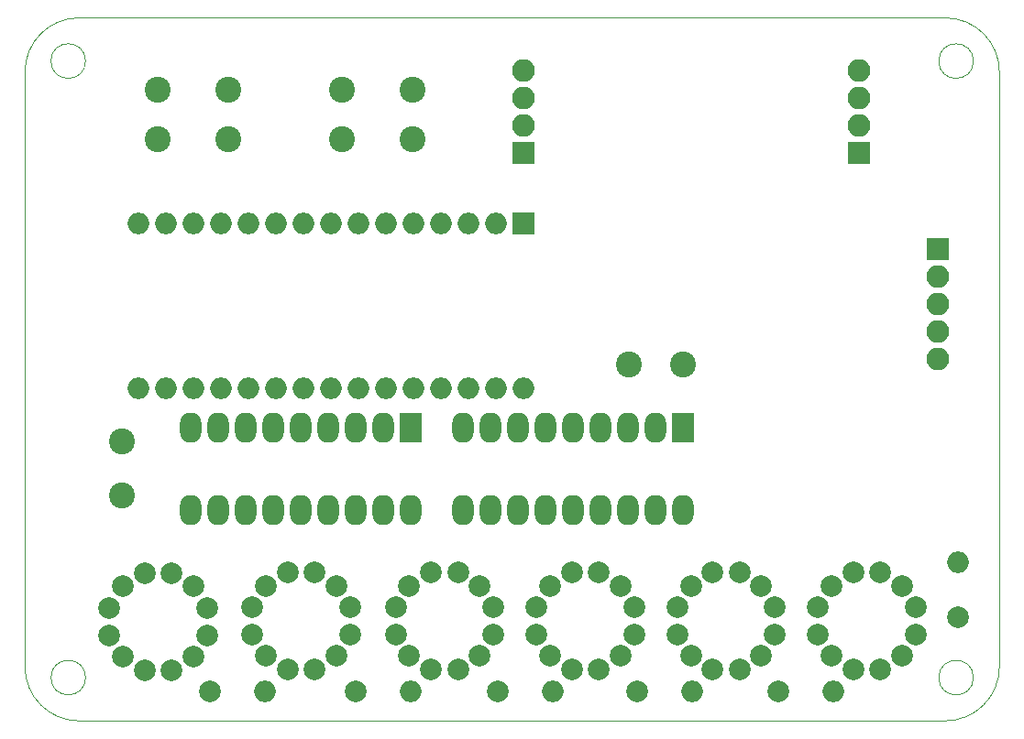
<source format=gbs>
G04 #@! TF.FileFunction,Soldermask,Bot*
%FSLAX46Y46*%
G04 Gerber Fmt 4.6, Leading zero omitted, Abs format (unit mm)*
G04 Created by KiCad (PCBNEW 4.0.6) date 07/11/18 12:50:33*
%MOMM*%
%LPD*%
G01*
G04 APERTURE LIST*
%ADD10C,0.100000*%
%ADD11R,2.000000X2.000000*%
%ADD12O,2.000000X2.000000*%
%ADD13C,2.400000*%
%ADD14R,2.100000X2.100000*%
%ADD15O,2.100000X2.100000*%
%ADD16R,2.000000X2.800000*%
%ADD17O,2.000000X2.800000*%
%ADD18C,2.000000*%
G04 APERTURE END LIST*
D10*
X106500000Y-83996400D02*
X186500000Y-83996400D01*
X101500000Y-88996400D02*
G75*
G02X106500000Y-83996400I5000000J0D01*
G01*
X101500000Y-143996400D02*
X101500000Y-88996400D01*
X106500000Y-148996400D02*
G75*
G02X101500000Y-143996400I0J5000000D01*
G01*
X186500000Y-148996400D02*
X106500000Y-148996400D01*
X191500000Y-143996400D02*
G75*
G02X186500000Y-148996400I-5000000J0D01*
G01*
X191500000Y-88996400D02*
X191500000Y-143996400D01*
X186500000Y-83996400D02*
G75*
G02X191500000Y-88996400I0J-5000000D01*
G01*
X189100001Y-87996399D02*
G75*
G03X189100001Y-87996399I-1600000J0D01*
G01*
X107100000Y-144996400D02*
G75*
G03X107100000Y-144996400I-1600000J0D01*
G01*
X189100001Y-144996400D02*
G75*
G03X189100001Y-144996400I-1600000J0D01*
G01*
X107100000Y-87996399D02*
G75*
G03X107100000Y-87996399I-1600000J0D01*
G01*
D11*
X147500000Y-103000000D03*
D12*
X114480000Y-118240000D03*
X144960000Y-103000000D03*
X117020000Y-118240000D03*
X142420000Y-103000000D03*
X119560000Y-118240000D03*
X139880000Y-103000000D03*
X122100000Y-118240000D03*
X137340000Y-103000000D03*
X124640000Y-118240000D03*
X134800000Y-103000000D03*
X127180000Y-118240000D03*
X132260000Y-103000000D03*
X129720000Y-118240000D03*
X129720000Y-103000000D03*
X132260000Y-118240000D03*
X127180000Y-103000000D03*
X134800000Y-118240000D03*
X124640000Y-103000000D03*
X137340000Y-118240000D03*
X122100000Y-103000000D03*
X139880000Y-118240000D03*
X119560000Y-103000000D03*
X142420000Y-118240000D03*
X117020000Y-103000000D03*
X144960000Y-118240000D03*
X114480000Y-103000000D03*
X147500000Y-118240000D03*
X111940000Y-103000000D03*
X111940000Y-118240000D03*
D13*
X110490000Y-123190000D03*
X110490000Y-128190000D03*
X162306000Y-116078000D03*
X157306000Y-116078000D03*
D14*
X185801000Y-105410000D03*
D15*
X185801000Y-107950000D03*
X185801000Y-110490000D03*
X185801000Y-113030000D03*
X185801000Y-115570000D03*
D13*
X113792000Y-95178000D03*
X113792000Y-90678000D03*
X120292000Y-95178000D03*
X120292000Y-90678000D03*
X130810000Y-95178000D03*
X130810000Y-90678000D03*
X137310000Y-95178000D03*
X137310000Y-90678000D03*
D16*
X162306000Y-121920000D03*
D17*
X141986000Y-129540000D03*
X159766000Y-121920000D03*
X144526000Y-129540000D03*
X157226000Y-121920000D03*
X147066000Y-129540000D03*
X154686000Y-121920000D03*
X149606000Y-129540000D03*
X152146000Y-121920000D03*
X152146000Y-129540000D03*
X149606000Y-121920000D03*
X154686000Y-129540000D03*
X147066000Y-121920000D03*
X157226000Y-129540000D03*
X144526000Y-121920000D03*
X159766000Y-129540000D03*
X141986000Y-121920000D03*
X162306000Y-129540000D03*
D16*
X137160000Y-121920000D03*
D17*
X116840000Y-129540000D03*
X134620000Y-121920000D03*
X119380000Y-129540000D03*
X132080000Y-121920000D03*
X121920000Y-129540000D03*
X129540000Y-121920000D03*
X124460000Y-129540000D03*
X127000000Y-121920000D03*
X127000000Y-129540000D03*
X124460000Y-121920000D03*
X129540000Y-129540000D03*
X121920000Y-121920000D03*
X132080000Y-129540000D03*
X119380000Y-121920000D03*
X134620000Y-129540000D03*
X116840000Y-121920000D03*
X137160000Y-129540000D03*
D14*
X147500000Y-96500000D03*
D15*
X147500000Y-93960000D03*
X147500000Y-91420000D03*
X147500000Y-88880000D03*
D14*
X178500000Y-96500000D03*
D15*
X178500000Y-93960000D03*
X178500000Y-91420000D03*
X178500000Y-88880000D03*
D18*
X180500000Y-144250000D03*
X182500000Y-143000000D03*
X183750000Y-141000000D03*
X183750000Y-138500000D03*
X182500000Y-136500000D03*
X180500000Y-135250000D03*
X176000000Y-136500000D03*
X174750000Y-138500000D03*
X174750000Y-141000000D03*
X176000000Y-143000000D03*
X178000000Y-144250000D03*
X178000000Y-135250000D03*
X167500000Y-144250000D03*
X169500000Y-143000000D03*
X170750000Y-141000000D03*
X170750000Y-138500000D03*
X169500000Y-136500000D03*
X167500000Y-135250000D03*
X163000000Y-136500000D03*
X161750000Y-138500000D03*
X161750000Y-141000000D03*
X163000000Y-143000000D03*
X165000000Y-144250000D03*
X165000000Y-135250000D03*
X154500000Y-144250000D03*
X156500000Y-143000000D03*
X157750000Y-141000000D03*
X157750000Y-138500000D03*
X156500000Y-136500000D03*
X154500000Y-135250000D03*
X150000000Y-136500000D03*
X148750000Y-138500000D03*
X148750000Y-141000000D03*
X150000000Y-143000000D03*
X152000000Y-144250000D03*
X152000000Y-135250000D03*
X141500000Y-144250000D03*
X143500000Y-143000000D03*
X144750000Y-141000000D03*
X144750000Y-138500000D03*
X143500000Y-136500000D03*
X141500000Y-135250000D03*
X137000000Y-136500000D03*
X135750000Y-138500000D03*
X135750000Y-141000000D03*
X137000000Y-143000000D03*
X139000000Y-144250000D03*
X139000000Y-135250000D03*
X128250000Y-144250000D03*
X130250000Y-143000000D03*
X131500000Y-141000000D03*
X131500000Y-138500000D03*
X130250000Y-136500000D03*
X128250000Y-135250000D03*
X123750000Y-136500000D03*
X122500000Y-138500000D03*
X122500000Y-141000000D03*
X123750000Y-143000000D03*
X125750000Y-144250000D03*
X125750000Y-135250000D03*
X115042000Y-144327000D03*
X117042000Y-143077000D03*
X118292000Y-141077000D03*
X118292000Y-138577000D03*
X117042000Y-136577000D03*
X115042000Y-135327000D03*
X110542000Y-136577000D03*
X109292000Y-138577000D03*
X109292000Y-141077000D03*
X110542000Y-143077000D03*
X112542000Y-144327000D03*
X112542000Y-135327000D03*
X187706000Y-139446000D03*
D12*
X187706000Y-134366000D03*
D18*
X171069000Y-146304000D03*
D12*
X176149000Y-146304000D03*
D18*
X158051500Y-146304000D03*
D12*
X163131500Y-146304000D03*
D18*
X145161000Y-146304000D03*
D12*
X150241000Y-146304000D03*
D18*
X132080000Y-146304000D03*
D12*
X137160000Y-146304000D03*
D18*
X118618000Y-146304000D03*
D12*
X123698000Y-146304000D03*
M02*

</source>
